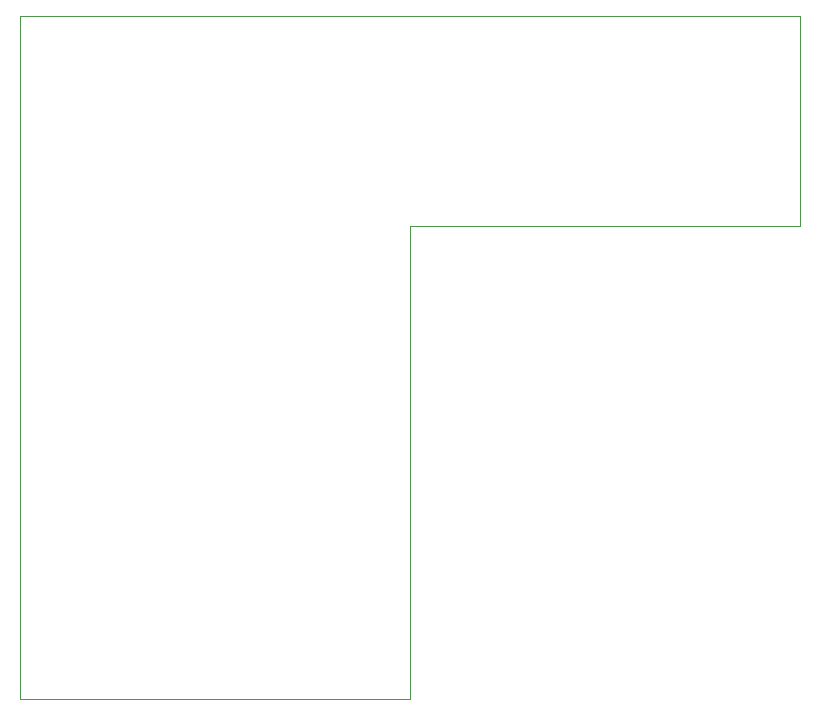
<source format=gbr>
G75*
%MOIN*%
%OFA0B0*%
%FSLAX25Y25*%
%IPPOS*%
%LPD*%
%AMOC8*
5,1,8,0,0,1.08239X$1,22.5*
%
%ADD10C,0.00000*%
D10*
X0035000Y0063434D02*
X0035000Y0290934D01*
X0295000Y0290934D01*
X0295000Y0220934D01*
X0165000Y0220934D01*
X0165000Y0063434D01*
X0035000Y0063434D01*
M02*

</source>
